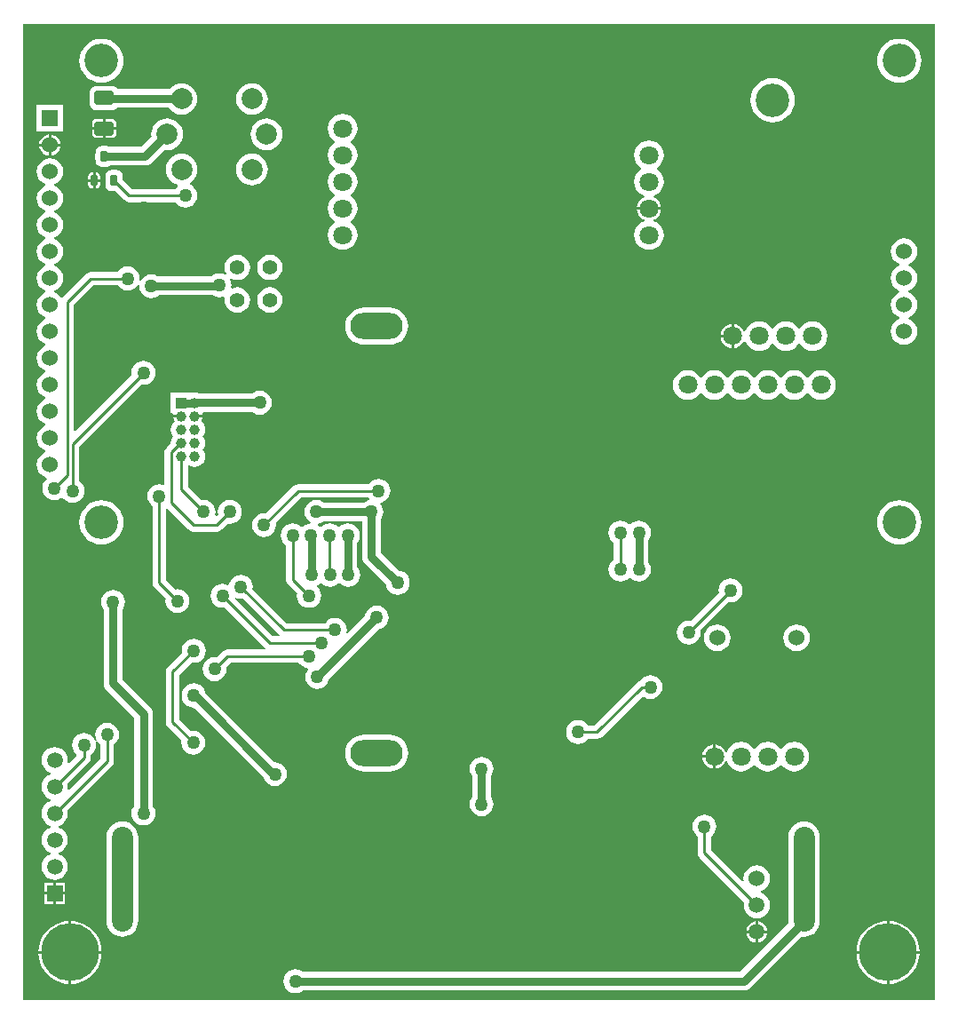
<source format=gbl>
G04*
G04 #@! TF.GenerationSoftware,Altium Limited,Altium Designer,19.1.5 (86)*
G04*
G04 Layer_Physical_Order=2*
G04 Layer_Color=16711680*
%FSLAX25Y25*%
%MOIN*%
G70*
G01*
G75*
%ADD10C,0.01000*%
G04:AMPARAMS|DCode=60|XSize=23.62mil|YSize=39.37mil|CornerRadius=2.95mil|HoleSize=0mil|Usage=FLASHONLY|Rotation=0.000|XOffset=0mil|YOffset=0mil|HoleType=Round|Shape=RoundedRectangle|*
%AMROUNDEDRECTD60*
21,1,0.02362,0.03347,0,0,0.0*
21,1,0.01772,0.03937,0,0,0.0*
1,1,0.00591,0.00886,-0.01673*
1,1,0.00591,-0.00886,-0.01673*
1,1,0.00591,-0.00886,0.01673*
1,1,0.00591,0.00886,0.01673*
%
%ADD60ROUNDEDRECTD60*%
G04:AMPARAMS|DCode=61|XSize=70.87mil|YSize=51.18mil|CornerRadius=6.4mil|HoleSize=0mil|Usage=FLASHONLY|Rotation=180.000|XOffset=0mil|YOffset=0mil|HoleType=Round|Shape=RoundedRectangle|*
%AMROUNDEDRECTD61*
21,1,0.07087,0.03839,0,0,180.0*
21,1,0.05807,0.05118,0,0,180.0*
1,1,0.01280,-0.02904,0.01919*
1,1,0.01280,0.02904,0.01919*
1,1,0.01280,0.02904,-0.01919*
1,1,0.01280,-0.02904,-0.01919*
%
%ADD61ROUNDEDRECTD61*%
%ADD83C,0.03000*%
%ADD85O,0.07874X0.39370*%
%ADD86C,0.06000*%
%ADD87C,0.12598*%
%ADD88R,0.06000X0.06000*%
%ADD89C,0.07087*%
%ADD90O,0.19685X0.09843*%
%ADD91C,0.03937*%
%ADD92R,0.03937X0.03937*%
%ADD93C,0.05512*%
%ADD94C,0.07874*%
%ADD95C,0.05906*%
%ADD96R,0.05906X0.05906*%
%ADD97C,0.21654*%
%ADD98C,0.05000*%
G36*
X344488Y1969D02*
X1969D01*
Y368110D01*
X344488D01*
Y1969D01*
D02*
G37*
%LPC*%
G36*
X331024Y362638D02*
X329403Y362479D01*
X327844Y362006D01*
X326408Y361238D01*
X325149Y360205D01*
X324116Y358946D01*
X323348Y357510D01*
X322875Y355951D01*
X322716Y354331D01*
X322875Y352710D01*
X323348Y351151D01*
X324116Y349715D01*
X325149Y348456D01*
X326408Y347423D01*
X327844Y346655D01*
X329403Y346183D01*
X331024Y346023D01*
X332644Y346183D01*
X334203Y346655D01*
X335639Y347423D01*
X336898Y348456D01*
X337931Y349715D01*
X338699Y351151D01*
X339172Y352710D01*
X339331Y354331D01*
X339172Y355951D01*
X338699Y357510D01*
X337931Y358946D01*
X336898Y360205D01*
X335639Y361238D01*
X334203Y362006D01*
X332644Y362479D01*
X331024Y362638D01*
D02*
G37*
G36*
X31496D02*
X29875Y362479D01*
X28317Y362006D01*
X26880Y361238D01*
X25622Y360205D01*
X24588Y358946D01*
X23821Y357510D01*
X23348Y355951D01*
X23188Y354331D01*
X23348Y352710D01*
X23821Y351151D01*
X24588Y349715D01*
X25622Y348456D01*
X26880Y347423D01*
X28317Y346655D01*
X29875Y346183D01*
X31496Y346023D01*
X33117Y346183D01*
X34675Y346655D01*
X36112Y347423D01*
X37370Y348456D01*
X38404Y349715D01*
X39171Y351151D01*
X39644Y352710D01*
X39804Y354331D01*
X39644Y355951D01*
X39171Y357510D01*
X38404Y358946D01*
X37370Y360205D01*
X36112Y361238D01*
X34675Y362006D01*
X33117Y362479D01*
X31496Y362638D01*
D02*
G37*
G36*
X61580Y345929D02*
X60422Y345815D01*
X59309Y345478D01*
X58283Y344929D01*
X57384Y344191D01*
X56959Y343673D01*
X37598D01*
X37244Y344134D01*
X36699Y344552D01*
X36065Y344815D01*
X35384Y344904D01*
X29577D01*
X28896Y344815D01*
X28261Y344552D01*
X27716Y344134D01*
X27299Y343589D01*
X27036Y342954D01*
X26946Y342274D01*
Y338435D01*
X27036Y337754D01*
X27299Y337120D01*
X27716Y336575D01*
X28261Y336157D01*
X28896Y335894D01*
X29577Y335804D01*
X35384D01*
X36065Y335894D01*
X36699Y336157D01*
X37244Y336575D01*
X37322Y336676D01*
X56664D01*
X57384Y335799D01*
X58283Y335061D01*
X59309Y334513D01*
X60422Y334175D01*
X61580Y334061D01*
X62737Y334175D01*
X63851Y334513D01*
X64877Y335061D01*
X65776Y335799D01*
X66514Y336698D01*
X67062Y337724D01*
X67400Y338837D01*
X67514Y339995D01*
X67400Y341153D01*
X67062Y342266D01*
X66514Y343292D01*
X65776Y344191D01*
X64877Y344929D01*
X63851Y345478D01*
X62737Y345815D01*
X61580Y345929D01*
D02*
G37*
G36*
X88027D02*
X86869Y345815D01*
X85756Y345478D01*
X84730Y344929D01*
X83831Y344191D01*
X83093Y343292D01*
X82544Y342266D01*
X82207Y341153D01*
X82092Y339995D01*
X82207Y338837D01*
X82544Y337724D01*
X83093Y336698D01*
X83831Y335799D01*
X84730Y335061D01*
X85756Y334513D01*
X86869Y334175D01*
X88027Y334061D01*
X89184Y334175D01*
X90298Y334513D01*
X91323Y335061D01*
X92223Y335799D01*
X92961Y336698D01*
X93509Y337724D01*
X93847Y338837D01*
X93961Y339995D01*
X93847Y341153D01*
X93509Y342266D01*
X92961Y343292D01*
X92223Y344191D01*
X91323Y344929D01*
X90298Y345478D01*
X89184Y345815D01*
X88027Y345929D01*
D02*
G37*
G36*
X283465Y347875D02*
X281844Y347715D01*
X280285Y347242D01*
X278849Y346475D01*
X277590Y345441D01*
X276557Y344182D01*
X275789Y342746D01*
X275317Y341188D01*
X275157Y339567D01*
X275317Y337946D01*
X275789Y336388D01*
X276557Y334951D01*
X277590Y333693D01*
X278849Y332659D01*
X280285Y331892D01*
X281844Y331419D01*
X283465Y331259D01*
X285085Y331419D01*
X286644Y331892D01*
X288080Y332659D01*
X289339Y333693D01*
X290372Y334951D01*
X291140Y336388D01*
X291613Y337946D01*
X291772Y339567D01*
X291613Y341188D01*
X291140Y342746D01*
X290372Y344182D01*
X289339Y345441D01*
X288080Y346475D01*
X286644Y347242D01*
X285085Y347715D01*
X283465Y347875D01*
D02*
G37*
G36*
X35384Y332528D02*
X32980D01*
Y329437D01*
X37056D01*
Y330856D01*
X36928Y331496D01*
X36566Y332038D01*
X36024Y332401D01*
X35384Y332528D01*
D02*
G37*
G36*
X31980D02*
X29577D01*
X28937Y332401D01*
X28395Y332038D01*
X28032Y331496D01*
X27905Y330856D01*
Y329437D01*
X31980D01*
Y332528D01*
D02*
G37*
G36*
X17095Y337685D02*
X7158D01*
Y327748D01*
X17095D01*
Y337685D01*
D02*
G37*
G36*
X37056Y328437D02*
X32980D01*
Y325346D01*
X35384D01*
X36024Y325473D01*
X36566Y325835D01*
X36928Y326378D01*
X37056Y327018D01*
Y328437D01*
D02*
G37*
G36*
X31980D02*
X27905D01*
Y327018D01*
X28032Y326378D01*
X28395Y325835D01*
X28937Y325473D01*
X29577Y325346D01*
X31980D01*
Y328437D01*
D02*
G37*
G36*
X12626Y326685D02*
Y323217D01*
X16095D01*
X16023Y323761D01*
X15620Y324734D01*
X14979Y325569D01*
X14143Y326210D01*
X13170Y326614D01*
X12626Y326685D01*
D02*
G37*
G36*
X11626Y326685D02*
X11082Y326614D01*
X10109Y326210D01*
X9273Y325569D01*
X8632Y324734D01*
X8229Y323761D01*
X8157Y323217D01*
X11626D01*
Y326685D01*
D02*
G37*
G36*
X56102Y332706D02*
X54945Y332592D01*
X53831Y332254D01*
X52806Y331706D01*
X51906Y330968D01*
X51168Y330068D01*
X50620Y329043D01*
X50282Y327929D01*
X50168Y326772D01*
X50257Y325873D01*
X46386Y322002D01*
X34709D01*
X34249Y322310D01*
X33366Y322485D01*
X31594D01*
X30711Y322310D01*
X29962Y321809D01*
X29462Y321060D01*
X29286Y320177D01*
Y319857D01*
X29101Y319409D01*
X28982Y318504D01*
X29101Y317599D01*
X29286Y317151D01*
Y316831D01*
X29462Y315947D01*
X29962Y315199D01*
X30711Y314698D01*
X31594Y314523D01*
X33366D01*
X34249Y314698D01*
X34709Y315005D01*
X47835D01*
X48740Y315125D01*
X49584Y315474D01*
X50308Y316030D01*
X55204Y320926D01*
X56102Y320838D01*
X57260Y320952D01*
X58373Y321289D01*
X59399Y321838D01*
X60298Y322576D01*
X61036Y323475D01*
X61585Y324501D01*
X61922Y325614D01*
X62036Y326772D01*
X61922Y327929D01*
X61585Y329043D01*
X61036Y330068D01*
X60298Y330968D01*
X59399Y331706D01*
X58373Y332254D01*
X57260Y332592D01*
X56102Y332706D01*
D02*
G37*
G36*
X93504D02*
X92346Y332592D01*
X91233Y332254D01*
X90207Y331706D01*
X89308Y330968D01*
X88570Y330068D01*
X88022Y329043D01*
X87684Y327929D01*
X87570Y326772D01*
X87684Y325614D01*
X88022Y324501D01*
X88570Y323475D01*
X89308Y322576D01*
X90207Y321838D01*
X91233Y321289D01*
X92346Y320952D01*
X93504Y320838D01*
X94662Y320952D01*
X95775Y321289D01*
X96801Y321838D01*
X97700Y322576D01*
X98438Y323475D01*
X98986Y324501D01*
X99324Y325614D01*
X99438Y326772D01*
X99324Y327929D01*
X98986Y329043D01*
X98438Y330068D01*
X97700Y330968D01*
X96801Y331706D01*
X95775Y332254D01*
X94662Y332592D01*
X93504Y332706D01*
D02*
G37*
G36*
X16095Y322217D02*
X12626D01*
Y318748D01*
X13170Y318819D01*
X14143Y319222D01*
X14979Y319864D01*
X15620Y320699D01*
X16023Y321672D01*
X16095Y322217D01*
D02*
G37*
G36*
X11626D02*
X8157D01*
X8229Y321672D01*
X8632Y320699D01*
X9273Y319864D01*
X10109Y319222D01*
X11082Y318819D01*
X11626Y318748D01*
Y322217D01*
D02*
G37*
G36*
X29626Y312443D02*
X29240D01*
Y309949D01*
X30947D01*
Y311122D01*
X30846Y311627D01*
X30560Y312056D01*
X30131Y312342D01*
X29626Y312443D01*
D02*
G37*
G36*
X28240D02*
X27854D01*
X27349Y312342D01*
X26921Y312056D01*
X26634Y311627D01*
X26534Y311122D01*
Y309949D01*
X28240D01*
Y312443D01*
D02*
G37*
G36*
X88027Y319482D02*
X86869Y319368D01*
X85756Y319031D01*
X84730Y318482D01*
X83831Y317744D01*
X83093Y316845D01*
X82544Y315819D01*
X82207Y314706D01*
X82092Y313548D01*
X82207Y312390D01*
X82544Y311277D01*
X83093Y310251D01*
X83831Y309352D01*
X84730Y308614D01*
X85756Y308066D01*
X86869Y307728D01*
X88027Y307614D01*
X89184Y307728D01*
X90298Y308066D01*
X91323Y308614D01*
X92223Y309352D01*
X92961Y310251D01*
X93509Y311277D01*
X93847Y312390D01*
X93961Y313548D01*
X93847Y314706D01*
X93509Y315819D01*
X92961Y316845D01*
X92223Y317744D01*
X91323Y318482D01*
X90298Y319031D01*
X89184Y319368D01*
X88027Y319482D01*
D02*
G37*
G36*
X30947Y308949D02*
X29240D01*
Y306455D01*
X29626D01*
X30131Y306556D01*
X30560Y306842D01*
X30846Y307270D01*
X30947Y307776D01*
Y308949D01*
D02*
G37*
G36*
X28240D02*
X26534D01*
Y307776D01*
X26634Y307270D01*
X26921Y306842D01*
X27349Y306556D01*
X27854Y306455D01*
X28240D01*
Y308949D01*
D02*
G37*
G36*
X61580Y319482D02*
X60422Y319368D01*
X59309Y319031D01*
X58283Y318482D01*
X57384Y317744D01*
X56646Y316845D01*
X56097Y315819D01*
X55760Y314706D01*
X55646Y313548D01*
X55760Y312390D01*
X56097Y311277D01*
X56646Y310251D01*
X57384Y309352D01*
X58283Y308614D01*
X59309Y308066D01*
X60108Y307823D01*
X60209Y307270D01*
X59805Y306961D01*
X59291Y306290D01*
X42938D01*
X39414Y309814D01*
Y311122D01*
X39239Y312005D01*
X38738Y312754D01*
X37990Y313254D01*
X37106Y313430D01*
X35335D01*
X34451Y313254D01*
X33703Y312754D01*
X33202Y312005D01*
X33026Y311122D01*
Y307776D01*
X33202Y306892D01*
X33703Y306143D01*
X34451Y305643D01*
X35335Y305468D01*
X36642D01*
X40116Y301994D01*
X40933Y301448D01*
X41896Y301257D01*
X59291D01*
X59805Y300587D01*
X60739Y299870D01*
X61826Y299420D01*
X62992Y299267D01*
X64159Y299420D01*
X65246Y299870D01*
X66179Y300587D01*
X66895Y301520D01*
X67346Y302607D01*
X67499Y303773D01*
X67346Y304940D01*
X66895Y306027D01*
X66179Y306961D01*
X65246Y307677D01*
X64647Y307925D01*
X64620Y308477D01*
X64877Y308614D01*
X65776Y309352D01*
X66514Y310251D01*
X67062Y311277D01*
X67400Y312390D01*
X67514Y313548D01*
X67400Y314706D01*
X67062Y315819D01*
X66514Y316845D01*
X65776Y317744D01*
X64877Y318482D01*
X63851Y319031D01*
X62737Y319368D01*
X61580Y319482D01*
D02*
G37*
G36*
X237047Y324457D02*
X235608Y324268D01*
X234268Y323712D01*
X233116Y322829D01*
X232233Y321677D01*
X231677Y320337D01*
X231488Y318898D01*
X231677Y317459D01*
X232233Y316118D01*
X233116Y314967D01*
X234123Y314194D01*
X234164Y314059D01*
Y313737D01*
X234123Y313602D01*
X233116Y312829D01*
X232233Y311677D01*
X231677Y310336D01*
X231488Y308898D01*
X231677Y307459D01*
X232233Y306118D01*
X233116Y304967D01*
X234268Y304083D01*
X235327Y303644D01*
Y303103D01*
X234756Y302866D01*
X233807Y302138D01*
X233079Y301189D01*
X232621Y300084D01*
X232531Y299398D01*
X237047D01*
X241564D01*
X241474Y300084D01*
X241016Y301189D01*
X240288Y302138D01*
X239338Y302866D01*
X238767Y303103D01*
Y303644D01*
X239827Y304083D01*
X240978Y304967D01*
X241862Y306118D01*
X242417Y307459D01*
X242607Y308898D01*
X242417Y310336D01*
X241862Y311677D01*
X240978Y312829D01*
X239971Y313602D01*
X239931Y313737D01*
Y314059D01*
X239971Y314194D01*
X240978Y314967D01*
X241862Y316118D01*
X242417Y317459D01*
X242607Y318898D01*
X242417Y320337D01*
X241862Y321677D01*
X240978Y322829D01*
X239827Y323712D01*
X238486Y324268D01*
X237047Y324457D01*
D02*
G37*
G36*
X241564Y298398D02*
X237047D01*
X232531D01*
X232621Y297712D01*
X233079Y296606D01*
X233807Y295657D01*
X234756Y294929D01*
X235327Y294692D01*
Y294151D01*
X234268Y293712D01*
X233116Y292829D01*
X232233Y291677D01*
X231677Y290336D01*
X231488Y288898D01*
X231677Y287459D01*
X232233Y286118D01*
X233116Y284967D01*
X234268Y284083D01*
X235608Y283528D01*
X237047Y283338D01*
X238486Y283528D01*
X239827Y284083D01*
X240978Y284967D01*
X241862Y286118D01*
X242417Y287459D01*
X242607Y288898D01*
X242417Y290336D01*
X241862Y291677D01*
X240978Y292829D01*
X239827Y293712D01*
X238767Y294151D01*
Y294692D01*
X239338Y294929D01*
X240288Y295657D01*
X241016Y296606D01*
X241474Y297712D01*
X241564Y298398D01*
D02*
G37*
G36*
X122047Y334457D02*
X120608Y334268D01*
X119268Y333712D01*
X118116Y332829D01*
X117233Y331677D01*
X116677Y330336D01*
X116488Y328898D01*
X116677Y327459D01*
X117233Y326118D01*
X118116Y324967D01*
X119123Y324194D01*
X119164Y324059D01*
Y323737D01*
X119123Y323602D01*
X118116Y322829D01*
X117233Y321677D01*
X116677Y320337D01*
X116488Y318898D01*
X116677Y317459D01*
X117233Y316118D01*
X118116Y314967D01*
X119123Y314194D01*
X119164Y314059D01*
Y313737D01*
X119123Y313602D01*
X118116Y312829D01*
X117233Y311677D01*
X116677Y310336D01*
X116488Y308898D01*
X116677Y307459D01*
X117233Y306118D01*
X118116Y304967D01*
X119123Y304194D01*
X119164Y304059D01*
Y303737D01*
X119123Y303602D01*
X118116Y302829D01*
X117233Y301677D01*
X116677Y300337D01*
X116488Y298898D01*
X116677Y297459D01*
X117233Y296118D01*
X118116Y294967D01*
X119123Y294194D01*
X119164Y294059D01*
Y293737D01*
X119123Y293602D01*
X118116Y292829D01*
X117233Y291677D01*
X116677Y290336D01*
X116488Y288898D01*
X116677Y287459D01*
X117233Y286118D01*
X118116Y284967D01*
X119268Y284083D01*
X120608Y283528D01*
X122047Y283338D01*
X123486Y283528D01*
X124827Y284083D01*
X125978Y284967D01*
X126862Y286118D01*
X127417Y287459D01*
X127607Y288898D01*
X127417Y290336D01*
X126862Y291677D01*
X125978Y292829D01*
X124971Y293602D01*
X124931Y293737D01*
Y294059D01*
X124971Y294194D01*
X125978Y294967D01*
X126862Y296118D01*
X127417Y297459D01*
X127607Y298898D01*
X127417Y300337D01*
X126862Y301677D01*
X125978Y302829D01*
X124971Y303602D01*
X124931Y303737D01*
Y304059D01*
X124971Y304194D01*
X125978Y304967D01*
X126862Y306118D01*
X127417Y307459D01*
X127607Y308898D01*
X127417Y310336D01*
X126862Y311677D01*
X125978Y312829D01*
X124971Y313602D01*
X124931Y313737D01*
Y314059D01*
X124971Y314194D01*
X125978Y314967D01*
X126862Y316118D01*
X127417Y317459D01*
X127607Y318898D01*
X127417Y320337D01*
X126862Y321677D01*
X125978Y322829D01*
X124971Y323602D01*
X124931Y323737D01*
Y324059D01*
X124971Y324194D01*
X125978Y324967D01*
X126862Y326118D01*
X127417Y327459D01*
X127607Y328898D01*
X127417Y330336D01*
X126862Y331677D01*
X125978Y332829D01*
X124827Y333712D01*
X123486Y334268D01*
X122047Y334457D01*
D02*
G37*
G36*
X94685Y281537D02*
X93452Y281374D01*
X92302Y280898D01*
X91316Y280141D01*
X90558Y279154D01*
X90082Y278005D01*
X89920Y276772D01*
X90082Y275538D01*
X90558Y274389D01*
X91316Y273402D01*
X92302Y272645D01*
X93452Y272169D01*
X94685Y272007D01*
X95918Y272169D01*
X97068Y272645D01*
X98054Y273402D01*
X98812Y274389D01*
X99288Y275538D01*
X99450Y276772D01*
X99288Y278005D01*
X98812Y279154D01*
X98054Y280141D01*
X97068Y280898D01*
X95918Y281374D01*
X94685Y281537D01*
D02*
G37*
G36*
X12126Y317728D02*
X10829Y317557D01*
X9620Y317056D01*
X8582Y316260D01*
X7786Y315222D01*
X7285Y314014D01*
X7115Y312717D01*
X7285Y311420D01*
X7786Y310211D01*
X8582Y309173D01*
X9620Y308377D01*
X10560Y307987D01*
Y307446D01*
X9620Y307056D01*
X8582Y306260D01*
X7786Y305222D01*
X7285Y304014D01*
X7115Y302716D01*
X7285Y301419D01*
X7786Y300211D01*
X8582Y299173D01*
X9620Y298377D01*
X10560Y297987D01*
Y297446D01*
X9620Y297057D01*
X8582Y296260D01*
X7786Y295222D01*
X7285Y294014D01*
X7115Y292717D01*
X7285Y291420D01*
X7786Y290211D01*
X8582Y289173D01*
X9620Y288377D01*
X10560Y287987D01*
Y287446D01*
X9620Y287056D01*
X8582Y286260D01*
X7786Y285222D01*
X7285Y284014D01*
X7115Y282716D01*
X7285Y281419D01*
X7786Y280211D01*
X8582Y279173D01*
X9620Y278377D01*
X10560Y277987D01*
Y277446D01*
X9620Y277057D01*
X8582Y276260D01*
X7786Y275222D01*
X7285Y274014D01*
X7115Y272716D01*
X7285Y271420D01*
X7786Y270211D01*
X8582Y269173D01*
X9620Y268377D01*
X10560Y267987D01*
Y267446D01*
X9620Y267056D01*
X8582Y266260D01*
X7786Y265222D01*
X7285Y264014D01*
X7115Y262717D01*
X7285Y261420D01*
X7786Y260211D01*
X8582Y259173D01*
X9620Y258377D01*
X10560Y257987D01*
Y257446D01*
X9620Y257056D01*
X8582Y256260D01*
X7786Y255222D01*
X7285Y254014D01*
X7115Y252716D01*
X7285Y251419D01*
X7786Y250211D01*
X8582Y249173D01*
X9620Y248377D01*
X10560Y247987D01*
Y247446D01*
X9620Y247057D01*
X8582Y246260D01*
X7786Y245222D01*
X7285Y244014D01*
X7115Y242717D01*
X7285Y241420D01*
X7786Y240211D01*
X8582Y239173D01*
X9620Y238377D01*
X10560Y237987D01*
Y237446D01*
X9620Y237056D01*
X8582Y236260D01*
X7786Y235222D01*
X7285Y234014D01*
X7115Y232716D01*
X7285Y231419D01*
X7786Y230211D01*
X8582Y229173D01*
X9620Y228377D01*
X10560Y227987D01*
Y227446D01*
X9620Y227057D01*
X8582Y226260D01*
X7786Y225222D01*
X7285Y224014D01*
X7115Y222716D01*
X7285Y221420D01*
X7786Y220211D01*
X8582Y219173D01*
X9620Y218377D01*
X10560Y217987D01*
Y217446D01*
X9620Y217056D01*
X8582Y216260D01*
X7786Y215222D01*
X7285Y214014D01*
X7115Y212717D01*
X7285Y211420D01*
X7786Y210211D01*
X8582Y209173D01*
X9620Y208377D01*
X10560Y207987D01*
Y207446D01*
X9620Y207056D01*
X8582Y206260D01*
X7786Y205222D01*
X7285Y204014D01*
X7115Y202716D01*
X7285Y201419D01*
X7786Y200211D01*
X8582Y199173D01*
X9620Y198377D01*
X10829Y197876D01*
X10860Y197872D01*
X10989Y197389D01*
X10593Y197085D01*
X9876Y196151D01*
X9426Y195064D01*
X9273Y193898D01*
X9426Y192731D01*
X9876Y191644D01*
X10593Y190711D01*
X11526Y189994D01*
X12613Y189544D01*
X13780Y189391D01*
X14946Y189544D01*
X16033Y189994D01*
X16816Y190595D01*
X17482Y189726D01*
X18416Y189010D01*
X19503Y188560D01*
X20669Y188406D01*
X21836Y188560D01*
X22923Y189010D01*
X23856Y189726D01*
X24573Y190660D01*
X25023Y191747D01*
X25176Y192913D01*
X25023Y194080D01*
X24573Y195167D01*
X23856Y196100D01*
X23186Y196615D01*
Y209587D01*
X46407Y232808D01*
X47244Y232698D01*
X48411Y232851D01*
X49498Y233301D01*
X50431Y234018D01*
X51147Y234951D01*
X51598Y236038D01*
X51751Y237205D01*
X51598Y238371D01*
X51147Y239458D01*
X50431Y240392D01*
X49498Y241108D01*
X48411Y241558D01*
X47244Y241712D01*
X46078Y241558D01*
X44991Y241108D01*
X44057Y240392D01*
X43341Y239458D01*
X42891Y238371D01*
X42737Y237205D01*
X42847Y236367D01*
X21680Y215200D01*
X21218Y215391D01*
Y262737D01*
X28602Y270121D01*
X37637D01*
X38152Y269451D01*
X39085Y268735D01*
X40172Y268284D01*
X41339Y268131D01*
X42505Y268284D01*
X43592Y268735D01*
X44526Y269451D01*
X45242Y270384D01*
X45294Y270511D01*
X45781Y270380D01*
X45690Y269685D01*
X45843Y268518D01*
X46294Y267431D01*
X47010Y266498D01*
X47943Y265782D01*
X49030Y265332D01*
X50197Y265178D01*
X51363Y265332D01*
X52450Y265782D01*
X53234Y266383D01*
X73263D01*
X73534Y266176D01*
X74621Y265725D01*
X75787Y265572D01*
X76954Y265725D01*
X77410Y265914D01*
X77845Y265553D01*
X77715Y264567D01*
X77877Y263334D01*
X78354Y262184D01*
X79111Y261197D01*
X80098Y260440D01*
X81247Y259964D01*
X82480Y259802D01*
X83714Y259964D01*
X84863Y260440D01*
X85850Y261197D01*
X86607Y262184D01*
X87083Y263334D01*
X87246Y264567D01*
X87083Y265800D01*
X86607Y266950D01*
X85850Y267936D01*
X84863Y268694D01*
X83714Y269170D01*
X82480Y269332D01*
X81247Y269170D01*
X80646Y268921D01*
X80188Y269272D01*
X80295Y270079D01*
X80141Y271245D01*
X79691Y272332D01*
X80057Y272676D01*
X80098Y272645D01*
X81247Y272169D01*
X82480Y272007D01*
X83714Y272169D01*
X84863Y272645D01*
X85850Y273402D01*
X86607Y274389D01*
X87083Y275538D01*
X87246Y276772D01*
X87083Y278005D01*
X86607Y279154D01*
X85850Y280141D01*
X84863Y280898D01*
X83714Y281374D01*
X82480Y281537D01*
X81247Y281374D01*
X80098Y280898D01*
X79111Y280141D01*
X78354Y279154D01*
X77877Y278005D01*
X77715Y276772D01*
X77877Y275538D01*
X78354Y274389D01*
X78385Y274348D01*
X78041Y273982D01*
X76954Y274432D01*
X75787Y274586D01*
X74621Y274432D01*
X73534Y273982D01*
X72750Y273380D01*
X52721D01*
X52450Y273588D01*
X51363Y274039D01*
X50197Y274192D01*
X49030Y274039D01*
X47943Y273588D01*
X47010Y272872D01*
X46294Y271939D01*
X46241Y271812D01*
X45754Y271943D01*
X45846Y272638D01*
X45692Y273804D01*
X45242Y274891D01*
X44526Y275825D01*
X43592Y276541D01*
X42505Y276991D01*
X41339Y277145D01*
X40172Y276991D01*
X39085Y276541D01*
X38152Y275825D01*
X37637Y275155D01*
X27559D01*
X26596Y274963D01*
X25779Y274417D01*
X16921Y265559D01*
X16873Y265487D01*
X16267Y265481D01*
X15670Y266260D01*
X14632Y267056D01*
X13691Y267446D01*
Y267987D01*
X14632Y268377D01*
X15670Y269173D01*
X16466Y270211D01*
X16967Y271420D01*
X17137Y272716D01*
X16967Y274014D01*
X16466Y275222D01*
X15670Y276260D01*
X14632Y277057D01*
X13691Y277446D01*
Y277987D01*
X14632Y278377D01*
X15670Y279173D01*
X16466Y280211D01*
X16967Y281419D01*
X17137Y282716D01*
X16967Y284014D01*
X16466Y285222D01*
X15670Y286260D01*
X14632Y287056D01*
X13691Y287446D01*
Y287987D01*
X14632Y288377D01*
X15670Y289173D01*
X16466Y290211D01*
X16967Y291420D01*
X17137Y292717D01*
X16967Y294014D01*
X16466Y295222D01*
X15670Y296260D01*
X14632Y297057D01*
X13691Y297446D01*
Y297987D01*
X14632Y298377D01*
X15670Y299173D01*
X16466Y300211D01*
X16967Y301419D01*
X17137Y302716D01*
X16967Y304014D01*
X16466Y305222D01*
X15670Y306260D01*
X14632Y307056D01*
X13691Y307446D01*
Y307987D01*
X14632Y308377D01*
X15670Y309173D01*
X16466Y310211D01*
X16967Y311420D01*
X17137Y312717D01*
X16967Y314014D01*
X16466Y315222D01*
X15670Y316260D01*
X14632Y317056D01*
X13423Y317557D01*
X12126Y317728D01*
D02*
G37*
G36*
X94685Y269332D02*
X93452Y269170D01*
X92302Y268694D01*
X91316Y267936D01*
X90558Y266950D01*
X90082Y265800D01*
X89920Y264567D01*
X90082Y263334D01*
X90558Y262184D01*
X91316Y261197D01*
X92302Y260440D01*
X93452Y259964D01*
X94685Y259802D01*
X95918Y259964D01*
X97068Y260440D01*
X98054Y261197D01*
X98812Y262184D01*
X99288Y263334D01*
X99450Y264567D01*
X99288Y265800D01*
X98812Y266950D01*
X98054Y267936D01*
X97068Y268694D01*
X95918Y269170D01*
X94685Y269332D01*
D02*
G37*
G36*
X298465Y256544D02*
X297026Y256354D01*
X295685Y255799D01*
X294533Y254915D01*
X293761Y253908D01*
X293625Y253868D01*
X293304D01*
X293168Y253908D01*
X292396Y254915D01*
X291244Y255799D01*
X289903Y256354D01*
X288465Y256544D01*
X287026Y256354D01*
X285685Y255799D01*
X284534Y254915D01*
X283761Y253908D01*
X283626Y253868D01*
X283304D01*
X283169Y253908D01*
X282396Y254915D01*
X281244Y255799D01*
X279903Y256354D01*
X278465Y256544D01*
X277026Y256354D01*
X275685Y255799D01*
X274534Y254915D01*
X273650Y253764D01*
X273211Y252704D01*
X272670D01*
X272433Y253275D01*
X271705Y254225D01*
X270756Y254953D01*
X269651Y255411D01*
X268965Y255501D01*
Y250984D01*
Y246468D01*
X269651Y246558D01*
X270756Y247016D01*
X271705Y247744D01*
X272433Y248693D01*
X272670Y249264D01*
X273211D01*
X273650Y248205D01*
X274534Y247053D01*
X275685Y246170D01*
X277026Y245614D01*
X278465Y245425D01*
X279903Y245614D01*
X281244Y246170D01*
X282396Y247053D01*
X283169Y248060D01*
X283304Y248101D01*
X283626D01*
X283761Y248060D01*
X284534Y247053D01*
X285685Y246170D01*
X287026Y245614D01*
X288465Y245425D01*
X289903Y245614D01*
X291244Y246170D01*
X292396Y247053D01*
X293168Y248060D01*
X293304Y248101D01*
X293625D01*
X293761Y248060D01*
X294533Y247053D01*
X295685Y246170D01*
X297026Y245614D01*
X298465Y245425D01*
X299903Y245614D01*
X301244Y246170D01*
X302396Y247053D01*
X303279Y248205D01*
X303835Y249545D01*
X304024Y250984D01*
X303835Y252423D01*
X303279Y253764D01*
X302396Y254915D01*
X301244Y255799D01*
X299903Y256354D01*
X298465Y256544D01*
D02*
G37*
G36*
X267965Y255501D02*
X267279Y255411D01*
X266173Y254953D01*
X265224Y254225D01*
X264496Y253275D01*
X264038Y252170D01*
X263948Y251484D01*
X267965D01*
Y255501D01*
D02*
G37*
G36*
X139764Y261648D02*
X129921D01*
X128571Y261514D01*
X127272Y261121D01*
X126075Y260481D01*
X125026Y259620D01*
X124165Y258571D01*
X123525Y257374D01*
X123131Y256075D01*
X122998Y254724D01*
X123131Y253374D01*
X123525Y252075D01*
X124165Y250878D01*
X125026Y249829D01*
X126075Y248968D01*
X127272Y248328D01*
X128571Y247934D01*
X129921Y247801D01*
X139764D01*
X141114Y247934D01*
X142413Y248328D01*
X143610Y248968D01*
X144659Y249829D01*
X145520Y250878D01*
X146160Y252075D01*
X146554Y253374D01*
X146687Y254724D01*
X146554Y256075D01*
X146160Y257374D01*
X145520Y258571D01*
X144659Y259620D01*
X143610Y260481D01*
X142413Y261121D01*
X141114Y261514D01*
X139764Y261648D01*
D02*
G37*
G36*
X332835Y287728D02*
X331538Y287557D01*
X330329Y287056D01*
X329291Y286260D01*
X328495Y285222D01*
X327994Y284014D01*
X327823Y282716D01*
X327994Y281419D01*
X328495Y280211D01*
X329291Y279173D01*
X330329Y278377D01*
X331228Y278004D01*
Y277463D01*
X330246Y277057D01*
X329208Y276260D01*
X328412Y275222D01*
X327911Y274014D01*
X327741Y272716D01*
X327911Y271420D01*
X328412Y270211D01*
X329208Y269173D01*
X330246Y268377D01*
X331228Y267970D01*
Y267429D01*
X330329Y267056D01*
X329291Y266260D01*
X328495Y265222D01*
X327994Y264014D01*
X327823Y262717D01*
X327994Y261420D01*
X328495Y260211D01*
X329291Y259173D01*
X330329Y258377D01*
X331228Y258004D01*
Y257463D01*
X330246Y257056D01*
X329208Y256260D01*
X328412Y255222D01*
X327911Y254014D01*
X327741Y252716D01*
X327911Y251419D01*
X328412Y250211D01*
X329208Y249173D01*
X330246Y248377D01*
X331455Y247876D01*
X332752Y247705D01*
X334049Y247876D01*
X335258Y248377D01*
X336296Y249173D01*
X337092Y250211D01*
X337593Y251419D01*
X337763Y252716D01*
X337593Y254014D01*
X337092Y255222D01*
X336296Y256260D01*
X335258Y257056D01*
X334359Y257429D01*
Y257970D01*
X335340Y258377D01*
X336378Y259173D01*
X337175Y260211D01*
X337675Y261420D01*
X337846Y262717D01*
X337675Y264014D01*
X337175Y265222D01*
X336378Y266260D01*
X335340Y267056D01*
X334359Y267463D01*
Y268004D01*
X335258Y268377D01*
X336296Y269173D01*
X337092Y270211D01*
X337593Y271420D01*
X337763Y272716D01*
X337593Y274014D01*
X337092Y275222D01*
X336296Y276260D01*
X335258Y277057D01*
X334359Y277429D01*
Y277970D01*
X335340Y278377D01*
X336378Y279173D01*
X337175Y280211D01*
X337675Y281419D01*
X337846Y282716D01*
X337675Y284014D01*
X337175Y285222D01*
X336378Y286260D01*
X335340Y287056D01*
X334132Y287557D01*
X332835Y287728D01*
D02*
G37*
G36*
X267965Y250484D02*
X263948D01*
X264038Y249798D01*
X264496Y248693D01*
X265224Y247744D01*
X266173Y247016D01*
X267279Y246558D01*
X267965Y246468D01*
Y250484D01*
D02*
G37*
G36*
X301575Y238236D02*
X300136Y238047D01*
X298795Y237492D01*
X297644Y236608D01*
X296871Y235601D01*
X296736Y235560D01*
X296414D01*
X296279Y235601D01*
X295506Y236608D01*
X294355Y237492D01*
X293014Y238047D01*
X291575Y238236D01*
X290136Y238047D01*
X288795Y237492D01*
X287644Y236608D01*
X286871Y235601D01*
X286736Y235560D01*
X286414D01*
X286279Y235601D01*
X285506Y236608D01*
X284354Y237492D01*
X283014Y238047D01*
X281575Y238236D01*
X280136Y238047D01*
X278795Y237492D01*
X277644Y236608D01*
X276871Y235601D01*
X276736Y235560D01*
X276414D01*
X276279Y235601D01*
X275506Y236608D01*
X274355Y237492D01*
X273014Y238047D01*
X271575Y238236D01*
X270136Y238047D01*
X268795Y237492D01*
X267644Y236608D01*
X266871Y235601D01*
X266736Y235560D01*
X266414D01*
X266279Y235601D01*
X265506Y236608D01*
X264354Y237492D01*
X263014Y238047D01*
X261575Y238236D01*
X260136Y238047D01*
X258795Y237492D01*
X257644Y236608D01*
X256871Y235601D01*
X256736Y235560D01*
X256414D01*
X256279Y235601D01*
X255506Y236608D01*
X254355Y237492D01*
X253014Y238047D01*
X251575Y238236D01*
X250136Y238047D01*
X248795Y237492D01*
X247644Y236608D01*
X246760Y235457D01*
X246205Y234116D01*
X246015Y232677D01*
X246205Y231238D01*
X246760Y229897D01*
X247644Y228746D01*
X248795Y227863D01*
X250136Y227307D01*
X251575Y227118D01*
X253014Y227307D01*
X254355Y227863D01*
X255506Y228746D01*
X256279Y229753D01*
X256414Y229794D01*
X256736D01*
X256871Y229753D01*
X257644Y228746D01*
X258795Y227863D01*
X260136Y227307D01*
X261575Y227118D01*
X263014Y227307D01*
X264354Y227863D01*
X265506Y228746D01*
X266279Y229753D01*
X266414Y229794D01*
X266736D01*
X266871Y229753D01*
X267644Y228746D01*
X268795Y227863D01*
X270136Y227307D01*
X271575Y227118D01*
X273014Y227307D01*
X274355Y227863D01*
X275506Y228746D01*
X276279Y229753D01*
X276414Y229794D01*
X276736D01*
X276871Y229753D01*
X277644Y228746D01*
X278795Y227863D01*
X280136Y227307D01*
X281575Y227118D01*
X283014Y227307D01*
X284354Y227863D01*
X285506Y228746D01*
X286279Y229753D01*
X286414Y229794D01*
X286736D01*
X286871Y229753D01*
X287644Y228746D01*
X288795Y227863D01*
X290136Y227307D01*
X291575Y227118D01*
X293014Y227307D01*
X294355Y227863D01*
X295506Y228746D01*
X296279Y229753D01*
X296414Y229794D01*
X296736D01*
X296871Y229753D01*
X297644Y228746D01*
X298795Y227863D01*
X300136Y227307D01*
X301575Y227118D01*
X303014Y227307D01*
X304355Y227863D01*
X305506Y228746D01*
X306389Y229897D01*
X306945Y231238D01*
X307134Y232677D01*
X306945Y234116D01*
X306389Y235457D01*
X305506Y236608D01*
X304355Y237492D01*
X303014Y238047D01*
X301575Y238236D01*
D02*
G37*
G36*
X90945Y230491D02*
X89778Y230338D01*
X88691Y229888D01*
X88164Y229483D01*
X68223D01*
X67504Y229781D01*
X66476Y229916D01*
X65913Y229842D01*
X65413Y229882D01*
X65413Y229882D01*
X65413Y229882D01*
X57539D01*
Y222008D01*
X58217D01*
X58556Y221508D01*
X58548Y221445D01*
X61476D01*
Y220445D01*
X58548D01*
X58584Y220170D01*
X58883Y219448D01*
X59139Y219114D01*
X58669Y218753D01*
X58037Y217930D01*
X57641Y216973D01*
X57505Y215945D01*
X57641Y214917D01*
X58037Y213959D01*
X58432Y213445D01*
X58037Y212930D01*
X57641Y211973D01*
X57505Y210945D01*
X57515Y210871D01*
X55929Y209285D01*
X55383Y208469D01*
X55192Y207505D01*
Y195386D01*
X54776Y195108D01*
X54316Y195298D01*
X53150Y195452D01*
X51983Y195298D01*
X50896Y194848D01*
X49963Y194132D01*
X49246Y193198D01*
X48796Y192111D01*
X48643Y190945D01*
X48796Y189778D01*
X49246Y188691D01*
X49963Y187758D01*
X50633Y187244D01*
Y158465D01*
X50824Y157501D01*
X51370Y156685D01*
X55643Y152412D01*
X55532Y151575D01*
X55686Y150408D01*
X56136Y149321D01*
X56852Y148388D01*
X57786Y147672D01*
X58873Y147221D01*
X60039Y147068D01*
X61206Y147221D01*
X62293Y147672D01*
X63226Y148388D01*
X63943Y149321D01*
X64393Y150408D01*
X64546Y151575D01*
X64393Y152741D01*
X63943Y153828D01*
X63226Y154762D01*
X62293Y155478D01*
X61206Y155928D01*
X60039Y156082D01*
X59202Y155972D01*
X55667Y159507D01*
Y186130D01*
X56166Y186337D01*
X64165Y178338D01*
X64982Y177793D01*
X65945Y177601D01*
X74803D01*
X75766Y177793D01*
X76583Y178338D01*
X78887Y180643D01*
X79724Y180532D01*
X80891Y180686D01*
X81978Y181136D01*
X82911Y181852D01*
X83628Y182786D01*
X84078Y183873D01*
X84232Y185039D01*
X84078Y186206D01*
X83628Y187293D01*
X82911Y188226D01*
X81978Y188943D01*
X80891Y189393D01*
X79724Y189546D01*
X78558Y189393D01*
X77471Y188943D01*
X76537Y188226D01*
X75821Y187293D01*
X75371Y186206D01*
X75217Y185039D01*
X75328Y184202D01*
X74620Y183494D01*
X74196Y183777D01*
X74235Y183873D01*
X74389Y185039D01*
X74235Y186206D01*
X73785Y187293D01*
X73069Y188226D01*
X72135Y188943D01*
X71048Y189393D01*
X69882Y189546D01*
X69045Y189436D01*
X63993Y194487D01*
Y202323D01*
X64442Y202544D01*
X64491Y202506D01*
X65449Y202109D01*
X66476Y201974D01*
X67504Y202109D01*
X68462Y202506D01*
X69284Y203137D01*
X69915Y203959D01*
X70312Y204917D01*
X70447Y205945D01*
X70312Y206973D01*
X69915Y207930D01*
X69520Y208445D01*
X69915Y208959D01*
X70312Y209917D01*
X70447Y210945D01*
X70312Y211973D01*
X69915Y212930D01*
X69520Y213445D01*
X69915Y213959D01*
X70312Y214917D01*
X70447Y215945D01*
X70312Y216973D01*
X69915Y217930D01*
X69284Y218753D01*
X68813Y219114D01*
X69069Y219448D01*
X69368Y220170D01*
X69405Y220445D01*
X66476D01*
Y221445D01*
X69405D01*
X69368Y221720D01*
X69258Y221986D01*
X69592Y222486D01*
X88164D01*
X88691Y222081D01*
X89778Y221631D01*
X90945Y221477D01*
X92111Y221631D01*
X93198Y222081D01*
X94132Y222797D01*
X94848Y223731D01*
X95298Y224818D01*
X95452Y225984D01*
X95298Y227151D01*
X94848Y228238D01*
X94132Y229171D01*
X93198Y229888D01*
X92111Y230338D01*
X90945Y230491D01*
D02*
G37*
G36*
X135433Y197421D02*
X134267Y197267D01*
X133179Y196817D01*
X132246Y196100D01*
X131732Y195430D01*
X105315D01*
X104352Y195239D01*
X103535Y194693D01*
X93357Y184515D01*
X92520Y184625D01*
X91353Y184472D01*
X90266Y184021D01*
X89333Y183305D01*
X88617Y182372D01*
X88166Y181285D01*
X88013Y180118D01*
X88166Y178952D01*
X88617Y177865D01*
X89333Y176931D01*
X90266Y176215D01*
X91353Y175765D01*
X92520Y175611D01*
X93686Y175765D01*
X94773Y176215D01*
X95707Y176931D01*
X96423Y177865D01*
X96873Y178952D01*
X97027Y180118D01*
X96917Y180956D01*
X106358Y190396D01*
X131732D01*
X132078Y189946D01*
X131864Y189413D01*
X131708Y189393D01*
X130621Y188943D01*
X130093Y188538D01*
X114986D01*
X114458Y188943D01*
X113371Y189393D01*
X112205Y189546D01*
X111038Y189393D01*
X109951Y188943D01*
X109018Y188226D01*
X108301Y187293D01*
X107851Y186206D01*
X107698Y185039D01*
X107851Y183873D01*
X108301Y182786D01*
X109018Y181852D01*
X109930Y181152D01*
X109937Y181067D01*
X109849Y180637D01*
X109070Y180535D01*
X107983Y180084D01*
X107049Y179368D01*
X107041Y179358D01*
X106541D01*
X106533Y179368D01*
X105600Y180084D01*
X104513Y180535D01*
X103347Y180688D01*
X102180Y180535D01*
X101093Y180084D01*
X100160Y179368D01*
X99443Y178435D01*
X98993Y177348D01*
X98839Y176181D01*
X98993Y175015D01*
X99443Y173928D01*
X100160Y172994D01*
X100830Y172480D01*
Y159603D01*
X101021Y158640D01*
X101567Y157824D01*
X105009Y154381D01*
X104899Y153543D01*
X105053Y152377D01*
X105503Y151290D01*
X106219Y150356D01*
X107153Y149640D01*
X108240Y149190D01*
X109406Y149036D01*
X110573Y149190D01*
X111660Y149640D01*
X112593Y150356D01*
X113310Y151290D01*
X113760Y152377D01*
X113913Y153543D01*
X113760Y154710D01*
X113310Y155797D01*
X112593Y156730D01*
X112344Y156921D01*
X112410Y157417D01*
X112644Y157514D01*
X113577Y158230D01*
X113585Y158241D01*
X114085D01*
X114093Y158230D01*
X115027Y157514D01*
X116114Y157064D01*
X117280Y156910D01*
X118447Y157064D01*
X119534Y157514D01*
X120467Y158230D01*
X120475Y158241D01*
X120975D01*
X120983Y158230D01*
X121917Y157514D01*
X123004Y157064D01*
X124170Y156910D01*
X125337Y157064D01*
X126424Y157514D01*
X127357Y158230D01*
X128073Y159164D01*
X128524Y160251D01*
X128677Y161417D01*
X128524Y162584D01*
X128073Y163671D01*
X127514Y164400D01*
Y173400D01*
X127919Y173927D01*
X128369Y175014D01*
X128523Y176181D01*
X128369Y177347D01*
X127919Y178434D01*
X127202Y179368D01*
X126269Y180084D01*
X125182Y180534D01*
X124015Y180688D01*
X122849Y180534D01*
X121762Y180084D01*
X120828Y179368D01*
X120821Y179358D01*
X120507D01*
X120241Y179423D01*
X119379Y180084D01*
X118292Y180535D01*
X117126Y180688D01*
X115960Y180535D01*
X114873Y180084D01*
X113939Y179368D01*
X113931Y179358D01*
X113431D01*
X113423Y179368D01*
X112511Y180068D01*
X112504Y180154D01*
X112592Y180583D01*
X113371Y180686D01*
X114458Y181136D01*
X114986Y181541D01*
X129376D01*
Y168307D01*
X129435Y167854D01*
X129495Y167402D01*
X129844Y166558D01*
X130400Y165833D01*
X138276Y157957D01*
X138363Y157298D01*
X138813Y156211D01*
X139530Y155278D01*
X140463Y154561D01*
X141550Y154111D01*
X142717Y153957D01*
X143883Y154111D01*
X144970Y154561D01*
X145904Y155278D01*
X146620Y156211D01*
X147070Y157298D01*
X147224Y158465D01*
X147070Y159631D01*
X146620Y160718D01*
X145904Y161652D01*
X144970Y162368D01*
X143883Y162818D01*
X143224Y162905D01*
X136372Y169756D01*
Y182258D01*
X136777Y182786D01*
X137227Y183873D01*
X137381Y185039D01*
X137227Y186206D01*
X136777Y187293D01*
X136229Y188007D01*
X136443Y188539D01*
X136600Y188560D01*
X137687Y189010D01*
X138620Y189726D01*
X139336Y190660D01*
X139787Y191747D01*
X139940Y192913D01*
X139787Y194080D01*
X139336Y195167D01*
X138620Y196100D01*
X137687Y196817D01*
X136600Y197267D01*
X135433Y197421D01*
D02*
G37*
G36*
X233268Y181672D02*
X232101Y181519D01*
X231014Y181069D01*
X230081Y180352D01*
X230072Y180341D01*
X229758D01*
X229493Y180407D01*
X228631Y181068D01*
X227544Y181518D01*
X226378Y181672D01*
X225211Y181518D01*
X224124Y181068D01*
X223190Y180352D01*
X222474Y179419D01*
X222024Y178331D01*
X221870Y177165D01*
X222024Y175998D01*
X222474Y174911D01*
X223190Y173978D01*
X223861Y173464D01*
Y167087D01*
X223191Y166573D01*
X222475Y165639D01*
X222024Y164552D01*
X221871Y163386D01*
X222024Y162219D01*
X222475Y161132D01*
X223191Y160199D01*
X224124Y159483D01*
X225211Y159032D01*
X226378Y158879D01*
X227544Y159032D01*
X228631Y159483D01*
X229565Y160199D01*
X229573Y160209D01*
X230073D01*
X230081Y160199D01*
X231014Y159483D01*
X232101Y159032D01*
X233268Y158879D01*
X234434Y159032D01*
X235521Y159483D01*
X236455Y160199D01*
X237171Y161132D01*
X237621Y162219D01*
X237775Y163386D01*
X237621Y164552D01*
X237171Y165639D01*
X236766Y166167D01*
Y174384D01*
X237171Y174912D01*
X237621Y175999D01*
X237775Y177165D01*
X237621Y178332D01*
X237171Y179419D01*
X236455Y180352D01*
X235521Y181069D01*
X234434Y181519D01*
X233268Y181672D01*
D02*
G37*
G36*
X331024Y189410D02*
X329403Y189250D01*
X327844Y188778D01*
X326408Y188010D01*
X325149Y186977D01*
X324116Y185718D01*
X323348Y184282D01*
X322875Y182723D01*
X322716Y181102D01*
X322875Y179482D01*
X323348Y177923D01*
X324116Y176487D01*
X325149Y175228D01*
X326408Y174195D01*
X327844Y173427D01*
X329403Y172954D01*
X331024Y172795D01*
X332644Y172954D01*
X334203Y173427D01*
X335639Y174195D01*
X336898Y175228D01*
X337931Y176487D01*
X338699Y177923D01*
X339172Y179482D01*
X339331Y181102D01*
X339172Y182723D01*
X338699Y184282D01*
X337931Y185718D01*
X336898Y186977D01*
X335639Y188010D01*
X334203Y188778D01*
X332644Y189250D01*
X331024Y189410D01*
D02*
G37*
G36*
X31496D02*
X29875Y189250D01*
X28317Y188778D01*
X26880Y188010D01*
X25622Y186977D01*
X24588Y185718D01*
X23821Y184282D01*
X23348Y182723D01*
X23188Y181102D01*
X23348Y179482D01*
X23821Y177923D01*
X24588Y176487D01*
X25622Y175228D01*
X26880Y174195D01*
X28317Y173427D01*
X29875Y172954D01*
X31496Y172795D01*
X33117Y172954D01*
X34675Y173427D01*
X36112Y174195D01*
X37370Y175228D01*
X38404Y176487D01*
X39171Y177923D01*
X39644Y179482D01*
X39804Y181102D01*
X39644Y182723D01*
X39171Y184282D01*
X38404Y185718D01*
X37370Y186977D01*
X36112Y188010D01*
X34675Y188778D01*
X33117Y189250D01*
X31496Y189410D01*
D02*
G37*
G36*
X83816Y161391D02*
X82649Y161237D01*
X81562Y160787D01*
X80629Y160071D01*
X79913Y159137D01*
X79462Y158051D01*
X79435Y157844D01*
X78894Y157565D01*
X78092Y157897D01*
X76926Y158050D01*
X75760Y157897D01*
X74673Y157447D01*
X73739Y156730D01*
X73023Y155797D01*
X72572Y154710D01*
X72419Y153543D01*
X72572Y152377D01*
X73023Y151290D01*
X73739Y150356D01*
X74673Y149640D01*
X75760Y149190D01*
X76926Y149036D01*
X77763Y149146D01*
X92863Y134047D01*
X93050Y133922D01*
X92898Y133422D01*
X78895D01*
X77931Y133231D01*
X77115Y132685D01*
X74811Y130381D01*
X73973Y130491D01*
X72807Y130338D01*
X71720Y129887D01*
X70786Y129171D01*
X70070Y128238D01*
X69620Y127151D01*
X69466Y125984D01*
X69620Y124818D01*
X70070Y123731D01*
X70786Y122797D01*
X71720Y122081D01*
X72807Y121631D01*
X73973Y121477D01*
X75140Y121631D01*
X76227Y122081D01*
X77160Y122797D01*
X77877Y123731D01*
X78327Y124818D01*
X78480Y125984D01*
X78370Y126822D01*
X79937Y128389D01*
X105551D01*
X106065Y127718D01*
X106998Y127002D01*
X108086Y126552D01*
X108897Y126445D01*
X109118Y125912D01*
X108637Y125285D01*
X108187Y124198D01*
X108033Y123031D01*
X108187Y121865D01*
X108637Y120778D01*
X109353Y119844D01*
X110287Y119128D01*
X111374Y118678D01*
X112540Y118524D01*
X113707Y118678D01*
X114794Y119128D01*
X115727Y119844D01*
X116444Y120778D01*
X116894Y121865D01*
X116981Y122524D01*
X135350Y140893D01*
X136009Y140980D01*
X137096Y141430D01*
X138030Y142147D01*
X138746Y143080D01*
X139196Y144167D01*
X139350Y145334D01*
X139196Y146500D01*
X138746Y147587D01*
X138030Y148521D01*
X137096Y149237D01*
X136009Y149687D01*
X134843Y149841D01*
X133676Y149687D01*
X132589Y149237D01*
X131656Y148521D01*
X130939Y147587D01*
X130489Y146500D01*
X130402Y145841D01*
X123881Y139319D01*
X123473Y139567D01*
X123450Y139596D01*
X123601Y140748D01*
X123448Y141914D01*
X122998Y143002D01*
X122282Y143935D01*
X121348Y144651D01*
X120261Y145101D01*
X119095Y145255D01*
X117928Y145101D01*
X116841Y144651D01*
X115908Y143935D01*
X115393Y143265D01*
X100994D01*
X88213Y156046D01*
X88323Y156884D01*
X88169Y158051D01*
X87719Y159137D01*
X87003Y160071D01*
X86069Y160787D01*
X84982Y161237D01*
X83816Y161391D01*
D02*
G37*
G36*
X267717Y160019D02*
X266550Y159865D01*
X265463Y159415D01*
X264530Y158699D01*
X263813Y157765D01*
X263363Y156678D01*
X263210Y155512D01*
X263320Y154674D01*
X252806Y144161D01*
X251969Y144271D01*
X250802Y144117D01*
X249715Y143667D01*
X248781Y142951D01*
X248065Y142017D01*
X247615Y140930D01*
X247462Y139764D01*
X247615Y138597D01*
X248065Y137510D01*
X248781Y136577D01*
X249715Y135861D01*
X250802Y135410D01*
X251969Y135257D01*
X253135Y135410D01*
X254222Y135861D01*
X255155Y136577D01*
X255872Y137510D01*
X256322Y138597D01*
X256476Y139764D01*
X256365Y140601D01*
X266879Y151115D01*
X267717Y151005D01*
X268883Y151158D01*
X269970Y151609D01*
X270903Y152325D01*
X271620Y153258D01*
X272070Y154345D01*
X272224Y155512D01*
X272070Y156678D01*
X271620Y157765D01*
X270903Y158699D01*
X269970Y159415D01*
X268883Y159865D01*
X267717Y160019D01*
D02*
G37*
G36*
X292461Y142807D02*
X291164Y142636D01*
X289955Y142135D01*
X288917Y141339D01*
X288121Y140301D01*
X287620Y139092D01*
X287449Y137795D01*
X287620Y136498D01*
X288121Y135290D01*
X288917Y134252D01*
X289955Y133455D01*
X291164Y132955D01*
X292461Y132784D01*
X293758Y132955D01*
X294966Y133455D01*
X296004Y134252D01*
X296801Y135290D01*
X297301Y136498D01*
X297472Y137795D01*
X297301Y139092D01*
X296801Y140301D01*
X296004Y141339D01*
X294966Y142135D01*
X293758Y142636D01*
X292461Y142807D01*
D02*
G37*
G36*
X262657D02*
X261360Y142636D01*
X260152Y142135D01*
X259114Y141339D01*
X258317Y140301D01*
X257817Y139092D01*
X257646Y137795D01*
X257817Y136498D01*
X258317Y135290D01*
X259114Y134252D01*
X260152Y133455D01*
X261360Y132955D01*
X262657Y132784D01*
X263954Y132955D01*
X265163Y133455D01*
X266201Y134252D01*
X266998Y135290D01*
X267498Y136498D01*
X267669Y137795D01*
X267498Y139092D01*
X266998Y140301D01*
X266201Y141339D01*
X265163Y142135D01*
X263954Y142636D01*
X262657Y142807D01*
D02*
G37*
G36*
X66099Y137381D02*
X64933Y137227D01*
X63846Y136777D01*
X62912Y136061D01*
X62196Y135127D01*
X61746Y134040D01*
X61592Y132874D01*
X61702Y132037D01*
X56445Y126780D01*
X55900Y125963D01*
X55708Y125000D01*
Y106161D01*
X55900Y105198D01*
X56445Y104382D01*
X61548Y99279D01*
X61438Y98442D01*
X61591Y97275D01*
X62042Y96188D01*
X62758Y95255D01*
X63691Y94538D01*
X64778Y94088D01*
X65945Y93935D01*
X67111Y94088D01*
X68198Y94538D01*
X69132Y95255D01*
X69848Y96188D01*
X70298Y97275D01*
X70452Y98442D01*
X70298Y99608D01*
X69848Y100695D01*
X69132Y101629D01*
X68198Y102345D01*
X67111Y102795D01*
X65945Y102949D01*
X65108Y102839D01*
X60742Y107204D01*
Y123958D01*
X65262Y128477D01*
X66099Y128367D01*
X67266Y128521D01*
X68353Y128971D01*
X69286Y129687D01*
X70003Y130621D01*
X70453Y131708D01*
X70606Y132874D01*
X70453Y134040D01*
X70003Y135127D01*
X69286Y136061D01*
X68353Y136777D01*
X67266Y137227D01*
X66099Y137381D01*
D02*
G37*
G36*
X237621Y123784D02*
X236455Y123630D01*
X235368Y123180D01*
X234434Y122464D01*
X233827Y121673D01*
X233471Y121602D01*
X232655Y121056D01*
X216477Y104879D01*
X214212D01*
X213649Y105612D01*
X212716Y106328D01*
X211629Y106779D01*
X210462Y106932D01*
X209296Y106779D01*
X208209Y106328D01*
X207275Y105612D01*
X206559Y104679D01*
X206109Y103592D01*
X205955Y102425D01*
X206109Y101259D01*
X206559Y100172D01*
X207275Y99238D01*
X208209Y98522D01*
X209296Y98072D01*
X210462Y97918D01*
X211629Y98072D01*
X212716Y98522D01*
X213649Y99238D01*
X214115Y99845D01*
X217520D01*
X218483Y100037D01*
X219299Y100583D01*
X234645Y115928D01*
X235368Y115374D01*
X236455Y114923D01*
X237621Y114770D01*
X238788Y114923D01*
X239875Y115374D01*
X240808Y116090D01*
X241524Y117023D01*
X241975Y118110D01*
X242128Y119277D01*
X241975Y120443D01*
X241524Y121530D01*
X240808Y122464D01*
X239875Y123180D01*
X238788Y123630D01*
X237621Y123784D01*
D02*
G37*
G36*
X291575Y98737D02*
X290136Y98547D01*
X288795Y97992D01*
X287644Y97108D01*
X286871Y96101D01*
X286736Y96061D01*
X286414D01*
X286279Y96101D01*
X285506Y97108D01*
X284354Y97992D01*
X283014Y98547D01*
X281575Y98737D01*
X280136Y98547D01*
X278795Y97992D01*
X277644Y97108D01*
X276871Y96101D01*
X276736Y96061D01*
X276414D01*
X276279Y96101D01*
X275506Y97108D01*
X274355Y97992D01*
X273014Y98547D01*
X271575Y98737D01*
X270136Y98547D01*
X268795Y97992D01*
X267644Y97108D01*
X266760Y95957D01*
X266321Y94897D01*
X265780D01*
X265543Y95468D01*
X264815Y96417D01*
X263866Y97146D01*
X262761Y97603D01*
X262075Y97694D01*
Y93177D01*
Y88661D01*
X262761Y88751D01*
X263866Y89209D01*
X264815Y89937D01*
X265543Y90886D01*
X265780Y91457D01*
X266321D01*
X266760Y90398D01*
X267644Y89246D01*
X268795Y88363D01*
X270136Y87807D01*
X271575Y87618D01*
X273014Y87807D01*
X274355Y88363D01*
X275506Y89246D01*
X276279Y90253D01*
X276414Y90294D01*
X276736D01*
X276871Y90253D01*
X277644Y89246D01*
X278795Y88363D01*
X280136Y87807D01*
X281575Y87618D01*
X283014Y87807D01*
X284354Y88363D01*
X285506Y89246D01*
X286279Y90253D01*
X286414Y90294D01*
X286736D01*
X286871Y90253D01*
X287644Y89246D01*
X288795Y88363D01*
X290136Y87807D01*
X291575Y87618D01*
X293014Y87807D01*
X294355Y88363D01*
X295506Y89246D01*
X296389Y90398D01*
X296945Y91738D01*
X297134Y93177D01*
X296945Y94616D01*
X296389Y95957D01*
X295506Y97108D01*
X294355Y97992D01*
X293014Y98547D01*
X291575Y98737D01*
D02*
G37*
G36*
X261075Y97694D02*
X260389Y97603D01*
X259284Y97146D01*
X258334Y96417D01*
X257606Y95468D01*
X257148Y94363D01*
X257058Y93677D01*
X261075D01*
Y97694D01*
D02*
G37*
G36*
Y92677D02*
X257058D01*
X257148Y91991D01*
X257606Y90886D01*
X258334Y89937D01*
X259284Y89209D01*
X260389Y88751D01*
X261075Y88661D01*
Y92677D01*
D02*
G37*
G36*
X139764Y101411D02*
X129921D01*
X128571Y101278D01*
X127272Y100884D01*
X126075Y100244D01*
X125026Y99384D01*
X124165Y98334D01*
X123525Y97137D01*
X123131Y95839D01*
X122998Y94488D01*
X123131Y93138D01*
X123525Y91839D01*
X124165Y90642D01*
X125026Y89593D01*
X126075Y88732D01*
X127272Y88092D01*
X128571Y87698D01*
X129921Y87565D01*
X139764D01*
X141114Y87698D01*
X142413Y88092D01*
X143610Y88732D01*
X144659Y89593D01*
X145520Y90642D01*
X146160Y91839D01*
X146554Y93138D01*
X146687Y94488D01*
X146554Y95839D01*
X146160Y97137D01*
X145520Y98334D01*
X144659Y99384D01*
X143610Y100244D01*
X142413Y100884D01*
X141114Y101278D01*
X139764Y101411D01*
D02*
G37*
G36*
X66099Y120649D02*
X64933Y120495D01*
X63846Y120045D01*
X62912Y119328D01*
X62196Y118395D01*
X61746Y117308D01*
X61592Y116141D01*
X61746Y114975D01*
X62196Y113888D01*
X62912Y112954D01*
X63846Y112238D01*
X64933Y111788D01*
X66099Y111634D01*
X66145Y111641D01*
X92245Y85540D01*
X92258Y85448D01*
X92708Y84361D01*
X93424Y83427D01*
X94358Y82711D01*
X95445Y82261D01*
X96611Y82107D01*
X97778Y82261D01*
X98865Y82711D01*
X99798Y83427D01*
X100514Y84361D01*
X100964Y85448D01*
X101118Y86614D01*
X100964Y87781D01*
X100514Y88868D01*
X99798Y89801D01*
X98865Y90517D01*
X97778Y90968D01*
X96611Y91121D01*
X96565Y91115D01*
X70465Y117216D01*
X70453Y117308D01*
X70002Y118395D01*
X69286Y119328D01*
X68353Y120045D01*
X67266Y120495D01*
X66099Y120649D01*
D02*
G37*
G36*
X33619Y105885D02*
X32452Y105731D01*
X31365Y105281D01*
X30432Y104565D01*
X29716Y103631D01*
X29265Y102544D01*
X29112Y101378D01*
X29265Y100211D01*
X29716Y99124D01*
X30432Y98191D01*
X31102Y97677D01*
Y92578D01*
X19254Y80730D01*
X18781Y80964D01*
X18898Y81850D01*
X18734Y83091D01*
X26726Y91083D01*
X27272Y91900D01*
X27463Y92863D01*
Y93803D01*
X28133Y94317D01*
X28850Y95250D01*
X29300Y96337D01*
X29453Y97504D01*
X29300Y98670D01*
X28850Y99757D01*
X28133Y100691D01*
X27200Y101407D01*
X26113Y101857D01*
X24946Y102011D01*
X23780Y101857D01*
X22693Y101407D01*
X21759Y100691D01*
X21043Y99757D01*
X20593Y98670D01*
X20439Y97504D01*
X20593Y96337D01*
X21043Y95250D01*
X21759Y94317D01*
X22071Y94078D01*
X22103Y93579D01*
X19254Y90730D01*
X18781Y90964D01*
X18898Y91850D01*
X18729Y93135D01*
X18233Y94332D01*
X17444Y95360D01*
X16416Y96149D01*
X15219Y96645D01*
X13934Y96814D01*
X12649Y96645D01*
X11452Y96149D01*
X10424Y95360D01*
X9635Y94332D01*
X9139Y93135D01*
X8970Y91850D01*
X9139Y90566D01*
X9635Y89368D01*
X10424Y88341D01*
X11452Y87552D01*
X12526Y87107D01*
X12526Y87106D01*
Y86595D01*
X12526Y86594D01*
X11452Y86149D01*
X10424Y85360D01*
X9635Y84332D01*
X9139Y83135D01*
X8970Y81850D01*
X9139Y80566D01*
X9635Y79369D01*
X10424Y78341D01*
X11452Y77552D01*
X12526Y77107D01*
X12526Y77106D01*
Y76595D01*
X12526Y76594D01*
X11452Y76149D01*
X10424Y75360D01*
X9635Y74332D01*
X9139Y73135D01*
X8970Y71850D01*
X9139Y70566D01*
X9635Y69368D01*
X10424Y68340D01*
X11452Y67552D01*
X12526Y67107D01*
X12526Y67106D01*
Y66595D01*
X12526Y66594D01*
X11452Y66149D01*
X10424Y65360D01*
X9635Y64332D01*
X9139Y63135D01*
X8970Y61850D01*
X9139Y60566D01*
X9635Y59368D01*
X10424Y58341D01*
X11452Y57552D01*
X12526Y57107D01*
X12526Y57106D01*
Y56595D01*
X12526Y56594D01*
X11452Y56149D01*
X10424Y55360D01*
X9635Y54332D01*
X9139Y53135D01*
X8970Y51850D01*
X9139Y50566D01*
X9635Y49369D01*
X10424Y48340D01*
X11452Y47552D01*
X12649Y47056D01*
X13934Y46887D01*
X15219Y47056D01*
X16416Y47552D01*
X17444Y48340D01*
X18233Y49369D01*
X18729Y50566D01*
X18898Y51850D01*
X18729Y53135D01*
X18233Y54332D01*
X17444Y55360D01*
X16416Y56149D01*
X15342Y56594D01*
X15342Y56595D01*
Y57106D01*
X15342Y57107D01*
X16416Y57552D01*
X17444Y58341D01*
X18233Y59368D01*
X18729Y60566D01*
X18898Y61850D01*
X18729Y63135D01*
X18233Y64332D01*
X17444Y65360D01*
X16416Y66149D01*
X15342Y66594D01*
X15342Y66595D01*
Y67106D01*
X15342Y67107D01*
X16416Y67552D01*
X17444Y68340D01*
X18233Y69368D01*
X18729Y70566D01*
X18898Y71850D01*
X18734Y73091D01*
X35399Y89756D01*
X35944Y90572D01*
X36136Y91535D01*
Y97677D01*
X36806Y98191D01*
X37522Y99124D01*
X37972Y100211D01*
X38126Y101378D01*
X37972Y102544D01*
X37522Y103631D01*
X36806Y104565D01*
X35873Y105281D01*
X34785Y105731D01*
X33619Y105885D01*
D02*
G37*
G36*
X174213Y93090D02*
X173046Y92936D01*
X171959Y92486D01*
X171026Y91770D01*
X170309Y90836D01*
X169859Y89749D01*
X169705Y88583D01*
X169859Y87416D01*
X170309Y86329D01*
X170714Y85802D01*
Y78076D01*
X170309Y77549D01*
X169859Y76462D01*
X169705Y75295D01*
X169859Y74129D01*
X170309Y73042D01*
X171026Y72108D01*
X171959Y71392D01*
X173046Y70942D01*
X174213Y70788D01*
X175379Y70942D01*
X176466Y71392D01*
X177400Y72108D01*
X178116Y73042D01*
X178566Y74129D01*
X178720Y75295D01*
X178566Y76462D01*
X178116Y77549D01*
X177711Y78076D01*
Y85802D01*
X178116Y86329D01*
X178566Y87416D01*
X178720Y88583D01*
X178566Y89749D01*
X178116Y90836D01*
X177400Y91770D01*
X176466Y92486D01*
X175379Y92936D01*
X174213Y93090D01*
D02*
G37*
G36*
X35827Y155688D02*
X34660Y155535D01*
X33573Y155084D01*
X32640Y154368D01*
X31923Y153435D01*
X31473Y152348D01*
X31320Y151181D01*
X31473Y150015D01*
X31923Y148928D01*
X32328Y148400D01*
Y120669D01*
X32448Y119764D01*
X32797Y118920D01*
X33353Y118195D01*
X43746Y107803D01*
Y74632D01*
X43341Y74104D01*
X42891Y73017D01*
X42737Y71850D01*
X42891Y70684D01*
X43341Y69597D01*
X44057Y68663D01*
X44991Y67947D01*
X46078Y67497D01*
X47244Y67343D01*
X48411Y67497D01*
X49498Y67947D01*
X50431Y68663D01*
X51147Y69597D01*
X51598Y70684D01*
X51751Y71850D01*
X51598Y73017D01*
X51147Y74104D01*
X50743Y74632D01*
Y109252D01*
X50623Y110157D01*
X50274Y111001D01*
X49718Y111726D01*
X39325Y122118D01*
Y148400D01*
X39730Y148928D01*
X40180Y150015D01*
X40334Y151181D01*
X40180Y152348D01*
X39730Y153435D01*
X39014Y154368D01*
X38080Y155084D01*
X36993Y155535D01*
X35827Y155688D01*
D02*
G37*
G36*
X17887Y45803D02*
X14434D01*
Y42350D01*
X17887D01*
Y45803D01*
D02*
G37*
G36*
X13434D02*
X9981D01*
Y42350D01*
X13434D01*
Y45803D01*
D02*
G37*
G36*
X17887Y41350D02*
X14434D01*
Y37898D01*
X17887D01*
Y41350D01*
D02*
G37*
G36*
X13434D02*
X9981D01*
Y37898D01*
X13434D01*
Y41350D01*
D02*
G37*
G36*
X257874Y71436D02*
X256708Y71283D01*
X255621Y70832D01*
X254687Y70116D01*
X253971Y69183D01*
X253520Y68096D01*
X253367Y66929D01*
X253520Y65763D01*
X253971Y64676D01*
X254687Y63742D01*
X255357Y63228D01*
Y57087D01*
X255549Y56124D01*
X256094Y55307D01*
X272759Y38642D01*
X272595Y37402D01*
X272764Y36117D01*
X273260Y34920D01*
X274049Y33892D01*
X275077Y33103D01*
X276274Y32607D01*
X277559Y32438D01*
X278844Y32607D01*
X280041Y33103D01*
X281069Y33892D01*
X281858Y34920D01*
X282354Y36117D01*
X282523Y37402D01*
X282354Y38686D01*
X281858Y39883D01*
X281069Y40911D01*
X280041Y41700D01*
X279063Y42105D01*
Y42647D01*
X280065Y43062D01*
X281103Y43858D01*
X281899Y44896D01*
X282400Y46104D01*
X282570Y47402D01*
X282400Y48699D01*
X281899Y49907D01*
X281103Y50945D01*
X280065Y51741D01*
X278856Y52242D01*
X277559Y52413D01*
X276262Y52242D01*
X275053Y51741D01*
X274015Y50945D01*
X273219Y49907D01*
X272718Y48699D01*
X272548Y47402D01*
X272657Y46570D01*
X272184Y46336D01*
X260391Y58129D01*
Y63228D01*
X261061Y63742D01*
X261777Y64676D01*
X262228Y65763D01*
X262381Y66929D01*
X262228Y68096D01*
X261777Y69183D01*
X261061Y70116D01*
X260128Y70832D01*
X259040Y71283D01*
X257874Y71436D01*
D02*
G37*
G36*
X278059Y31323D02*
Y27902D01*
X281480D01*
X281410Y28433D01*
X281012Y29395D01*
X280378Y30221D01*
X279553Y30854D01*
X278591Y31253D01*
X278059Y31323D01*
D02*
G37*
G36*
X277059D02*
X276527Y31253D01*
X275566Y30854D01*
X274740Y30221D01*
X274106Y29395D01*
X273708Y28433D01*
X273638Y27902D01*
X277059D01*
Y31323D01*
D02*
G37*
G36*
X295276Y68926D02*
X294118Y68812D01*
X293005Y68475D01*
X291979Y67926D01*
X291080Y67188D01*
X290342Y66289D01*
X289793Y65263D01*
X289456Y64150D01*
X289341Y62992D01*
Y31496D01*
X289430Y30598D01*
X271189Y12357D01*
X107112D01*
X106584Y12762D01*
X105497Y13212D01*
X104331Y13365D01*
X103164Y13212D01*
X102077Y12762D01*
X101144Y12045D01*
X100427Y11112D01*
X99977Y10025D01*
X99824Y8858D01*
X99977Y7692D01*
X100427Y6605D01*
X101144Y5671D01*
X102077Y4955D01*
X103164Y4505D01*
X104331Y4351D01*
X105497Y4505D01*
X106584Y4955D01*
X107112Y5360D01*
X272638D01*
X273091Y5419D01*
X273543Y5479D01*
X274387Y5829D01*
X275112Y6385D01*
X294377Y25650D01*
X295276Y25562D01*
X296433Y25676D01*
X297547Y26014D01*
X298572Y26562D01*
X299472Y27300D01*
X300210Y28199D01*
X300758Y29225D01*
X301096Y30338D01*
X301210Y31496D01*
Y62992D01*
X301096Y64150D01*
X300758Y65263D01*
X300210Y66289D01*
X299472Y67188D01*
X298572Y67926D01*
X297547Y68475D01*
X296433Y68812D01*
X295276Y68926D01*
D02*
G37*
G36*
X39370D02*
X38212Y68812D01*
X37099Y68475D01*
X36073Y67926D01*
X35174Y67188D01*
X34436Y66289D01*
X33888Y65263D01*
X33550Y64150D01*
X33436Y62992D01*
Y31496D01*
X33550Y30338D01*
X33888Y29225D01*
X34436Y28199D01*
X35174Y27300D01*
X36073Y26562D01*
X37099Y26014D01*
X38212Y25676D01*
X39370Y25562D01*
X40528Y25676D01*
X41641Y26014D01*
X42667Y26562D01*
X43566Y27300D01*
X44304Y28199D01*
X44853Y29225D01*
X45190Y30338D01*
X45304Y31496D01*
Y62992D01*
X45190Y64150D01*
X44853Y65263D01*
X44304Y66289D01*
X43566Y67188D01*
X42667Y67926D01*
X41641Y68475D01*
X40528Y68812D01*
X39370Y68926D01*
D02*
G37*
G36*
X281480Y26902D02*
X278059D01*
Y23481D01*
X278591Y23551D01*
X279553Y23949D01*
X280378Y24582D01*
X281012Y25408D01*
X281410Y26370D01*
X281480Y26902D01*
D02*
G37*
G36*
X277059D02*
X273638D01*
X273708Y26370D01*
X274106Y25408D01*
X274740Y24582D01*
X275566Y23949D01*
X276527Y23551D01*
X277059Y23481D01*
Y26902D01*
D02*
G37*
G36*
X327272Y31509D02*
Y20185D01*
X338596D01*
X338489Y21541D01*
X338054Y23351D01*
X337342Y25071D01*
X336369Y26658D01*
X335160Y28074D01*
X333745Y29283D01*
X332157Y30255D01*
X330438Y30968D01*
X328627Y31402D01*
X327272Y31509D01*
D02*
G37*
G36*
X326272D02*
X324916Y31402D01*
X323106Y30968D01*
X321386Y30255D01*
X319798Y29283D01*
X318383Y28074D01*
X317174Y26658D01*
X316201Y25071D01*
X315489Y23351D01*
X315054Y21541D01*
X314948Y20185D01*
X326272D01*
Y31509D01*
D02*
G37*
G36*
X20185D02*
Y20185D01*
X31509D01*
X31402Y21541D01*
X30968Y23351D01*
X30255Y25071D01*
X29283Y26658D01*
X28074Y28074D01*
X26658Y29283D01*
X25071Y30255D01*
X23351Y30968D01*
X21541Y31402D01*
X20185Y31509D01*
D02*
G37*
G36*
X19185D02*
X17829Y31402D01*
X16019Y30968D01*
X14299Y30255D01*
X12712Y29283D01*
X11296Y28074D01*
X10087Y26658D01*
X9115Y25071D01*
X8402Y23351D01*
X7968Y21541D01*
X7861Y20185D01*
X19185D01*
Y31509D01*
D02*
G37*
G36*
X338596Y19185D02*
X327272D01*
Y7861D01*
X328627Y7968D01*
X330438Y8402D01*
X332157Y9115D01*
X333745Y10087D01*
X335160Y11296D01*
X336369Y12712D01*
X337342Y14299D01*
X338054Y16019D01*
X338489Y17829D01*
X338596Y19185D01*
D02*
G37*
G36*
X326272D02*
X314948D01*
X315054Y17829D01*
X315489Y16019D01*
X316201Y14299D01*
X317174Y12712D01*
X318383Y11296D01*
X319798Y10087D01*
X321386Y9115D01*
X323106Y8402D01*
X324916Y7968D01*
X326272Y7861D01*
Y19185D01*
D02*
G37*
G36*
X31509D02*
X20185D01*
Y7861D01*
X21541Y7968D01*
X23351Y8402D01*
X25071Y9115D01*
X26658Y10087D01*
X28074Y11296D01*
X29283Y12712D01*
X30255Y14299D01*
X30968Y16019D01*
X31402Y17829D01*
X31509Y19185D01*
D02*
G37*
G36*
X19185D02*
X7861D01*
X7968Y17829D01*
X8402Y16019D01*
X9115Y14299D01*
X10087Y12712D01*
X11296Y11296D01*
X12712Y10087D01*
X14299Y9115D01*
X16019Y8402D01*
X17829Y7968D01*
X19185Y7861D01*
Y19185D01*
D02*
G37*
%LPD*%
G36*
X82649Y152531D02*
X83816Y152377D01*
X84653Y152487D01*
X98172Y138968D01*
X98359Y138844D01*
X98207Y138344D01*
X95685D01*
X81608Y152420D01*
X81891Y152844D01*
X82649Y152531D01*
D02*
G37*
D10*
X74803Y180118D02*
X79724Y185039D01*
X65945Y180118D02*
X74803D01*
X57709Y188354D02*
X65945Y180118D01*
X57709Y188354D02*
Y207505D01*
X234434Y119277D02*
X237621D01*
X217520Y102362D02*
X234434Y119277D01*
X18701Y198819D02*
Y263779D01*
X13780Y193898D02*
X18701Y198819D01*
X20669Y192913D02*
Y210630D01*
X47244Y237205D01*
X53150Y158465D02*
Y190945D01*
X251969Y139764D02*
X267717Y155512D01*
X105315Y192913D02*
X135433D01*
X92520Y180118D02*
X105315Y192913D01*
X53150Y158465D02*
X60039Y151575D01*
X103347Y159603D02*
Y176181D01*
X117126Y161572D02*
Y176181D01*
X61476Y193445D02*
X69882Y185039D01*
X61476Y193445D02*
Y205945D01*
X57709Y207505D02*
X61148Y210945D01*
X61476D01*
X103347Y159603D02*
X109406Y153543D01*
X73973Y125984D02*
X78895Y130905D01*
X109252D01*
X99952Y140748D02*
X119095D01*
X94643Y135827D02*
X114173D01*
X76926Y153543D02*
X94643Y135827D01*
X83816Y156884D02*
X99952Y140748D01*
X226378Y177165D02*
X226378Y177165D01*
Y163386D02*
Y177165D01*
Y163386D02*
X226378Y163386D01*
X27559Y272638D02*
X41339D01*
X18701Y263779D02*
X27559Y272638D01*
X24946Y92863D02*
Y97504D01*
X13934Y81850D02*
X24946Y92863D01*
X58225Y106161D02*
Y125000D01*
Y106161D02*
X65945Y98442D01*
X117126Y161572D02*
X117280Y161417D01*
X33619Y91535D02*
Y101378D01*
X13934Y71850D02*
X33619Y91535D01*
X41896Y303773D02*
X62992D01*
X36220Y309449D02*
X41896Y303773D01*
X58225Y125000D02*
X66099Y132874D01*
X210462Y102425D02*
X210525Y102362D01*
X217520D01*
X257874Y57087D02*
Y66929D01*
Y57087D02*
X277559Y37402D01*
D60*
X32480Y318504D02*
D03*
X28740Y309449D02*
D03*
X36220D02*
D03*
D61*
X32480Y340354D02*
D03*
Y328937D02*
D03*
D83*
X35827Y120669D02*
X47244Y109252D01*
X35827Y120669D02*
Y151181D01*
X112205Y185039D02*
X132874D01*
X174213Y75295D02*
Y88583D01*
X66516Y225984D02*
X90945D01*
X66476Y225945D02*
X66516Y225984D01*
X61476Y225945D02*
X66476D01*
X132874Y168307D02*
X142717Y158465D01*
X132874Y168307D02*
Y185039D01*
X110313Y161495D02*
Y176104D01*
X110236Y176181D02*
X110313Y176104D01*
X124015Y161572D02*
Y176181D01*
Y161572D02*
X124170Y161417D01*
X75590Y269882D02*
X75787Y270079D01*
X50394Y269882D02*
X75590D01*
X50197Y269685D02*
X50394Y269882D01*
X104331Y8858D02*
X272638D01*
X295276Y31496D01*
X112540Y123031D02*
X134843Y145334D01*
X47244Y71850D02*
Y109252D01*
X233268Y163386D02*
Y177165D01*
X110313Y161495D02*
X110391Y161417D01*
X96119Y86614D02*
X96611D01*
X66591Y116141D02*
X96119Y86614D01*
X295276Y31496D02*
Y47244D01*
X47835Y318504D02*
X56102Y326772D01*
X32480Y318504D02*
X47835D01*
X61400Y340175D02*
X61580Y339995D01*
X32660Y340175D02*
X61400D01*
X32480Y340354D02*
X32660Y340175D01*
X39370Y40267D02*
X41622Y38016D01*
X39370Y40267D02*
Y47244D01*
D85*
D03*
X295276D02*
D03*
D86*
X292461Y137795D02*
D03*
X262657D02*
D03*
X332835Y282716D02*
D03*
X332752Y272716D02*
D03*
X332835Y262717D02*
D03*
X332752Y252716D02*
D03*
X12126Y202716D02*
D03*
Y212717D02*
D03*
Y222716D02*
D03*
Y232716D02*
D03*
Y242717D02*
D03*
Y252716D02*
D03*
Y262717D02*
D03*
Y272716D02*
D03*
Y282716D02*
D03*
Y292717D02*
D03*
Y302716D02*
D03*
Y312717D02*
D03*
Y322716D02*
D03*
X277559Y47402D02*
D03*
D87*
X331024Y181102D02*
D03*
Y354331D02*
D03*
X31496Y181102D02*
D03*
Y354331D02*
D03*
X283465Y339567D02*
D03*
D88*
X12126Y332716D02*
D03*
D89*
X261575Y93177D02*
D03*
X271575D02*
D03*
X281575D02*
D03*
X291575D02*
D03*
X301575Y232677D02*
D03*
X291575D02*
D03*
X281575D02*
D03*
X271575D02*
D03*
X261575D02*
D03*
X251575D02*
D03*
X268465Y250984D02*
D03*
X288465D02*
D03*
X298465D02*
D03*
X278465D02*
D03*
X122047Y328898D02*
D03*
Y318898D02*
D03*
Y298898D02*
D03*
Y288898D02*
D03*
Y308898D02*
D03*
X237047Y298898D02*
D03*
Y308898D02*
D03*
Y318898D02*
D03*
Y288898D02*
D03*
D90*
X134843Y254724D02*
D03*
Y94488D02*
D03*
D91*
X61476Y205945D02*
D03*
Y210945D02*
D03*
Y215945D02*
D03*
Y220945D02*
D03*
X66476Y205945D02*
D03*
Y210945D02*
D03*
Y215945D02*
D03*
Y220945D02*
D03*
Y225945D02*
D03*
D92*
X61476D02*
D03*
D93*
X94685Y276772D02*
D03*
Y264567D02*
D03*
X82480D02*
D03*
Y276772D02*
D03*
D94*
X56102Y326772D02*
D03*
X61580Y339995D02*
D03*
X88027D02*
D03*
X93504Y326772D02*
D03*
X88027Y313548D02*
D03*
X61580D02*
D03*
D95*
X13934Y91850D02*
D03*
Y81850D02*
D03*
Y71850D02*
D03*
Y61850D02*
D03*
Y51850D02*
D03*
X277559Y37402D02*
D03*
Y27402D02*
D03*
D96*
X13934Y41850D02*
D03*
D97*
X19685Y19685D02*
D03*
X326772D02*
D03*
D98*
X117522Y65647D02*
D03*
X41339Y82677D02*
D03*
X64961D02*
D03*
X62992Y30512D02*
D03*
X40354Y243110D02*
D03*
Y212598D02*
D03*
X157210Y67913D02*
D03*
X135827Y57087D02*
D03*
X250984Y57087D02*
D03*
X26378Y143701D02*
D03*
X41732Y156693D02*
D03*
X35827Y151181D02*
D03*
X244488Y28346D02*
D03*
X79724Y185039D02*
D03*
X237621Y119277D02*
D03*
X52165Y55118D02*
D03*
X313976Y64961D02*
D03*
X47244Y237205D02*
D03*
X13780Y193898D02*
D03*
X20669Y192913D02*
D03*
X53150Y190945D02*
D03*
X112205Y185039D02*
D03*
X267717Y155512D02*
D03*
X174213Y75295D02*
D03*
Y88583D02*
D03*
X135433Y192913D02*
D03*
X90945Y225984D02*
D03*
X132874Y185039D02*
D03*
X101378Y254921D02*
D03*
X92520Y180118D02*
D03*
X124016Y264764D02*
D03*
X103347Y176181D02*
D03*
X110236D02*
D03*
X117126D02*
D03*
X124015Y176181D02*
D03*
X60039Y151575D02*
D03*
X69882Y185039D02*
D03*
X193130Y145453D02*
D03*
X50197Y269685D02*
D03*
X75787Y270079D02*
D03*
X104331Y8858D02*
D03*
X142717Y158465D02*
D03*
X112540Y123031D02*
D03*
X109252Y130905D02*
D03*
X119095Y140748D02*
D03*
X114173Y135827D02*
D03*
X134843Y145334D02*
D03*
X233268Y163386D02*
D03*
X226378Y177165D02*
D03*
X226378Y163386D02*
D03*
X41339Y272638D02*
D03*
X24946Y97504D02*
D03*
X47244Y299213D02*
D03*
X28543Y287402D02*
D03*
X65945Y98442D02*
D03*
X233268Y177165D02*
D03*
X47244Y71850D02*
D03*
X83816Y156884D02*
D03*
X33619Y101378D02*
D03*
X109406Y153543D02*
D03*
X53045Y131890D02*
D03*
X76926Y153543D02*
D03*
X117280Y161417D02*
D03*
X73973Y125984D02*
D03*
X110391Y161417D02*
D03*
X66099Y116141D02*
D03*
X87305Y106836D02*
D03*
X124170Y161417D02*
D03*
X66099Y132874D02*
D03*
X62992Y303773D02*
D03*
X96611Y86614D02*
D03*
X210462Y102425D02*
D03*
X251969Y139764D02*
D03*
X177165Y108268D02*
D03*
X183071Y122047D02*
D03*
X241732Y138189D02*
D03*
X257874Y66929D02*
D03*
X212598Y39370D02*
D03*
X159449Y41339D02*
D03*
X141732Y33465D02*
D03*
M02*

</source>
